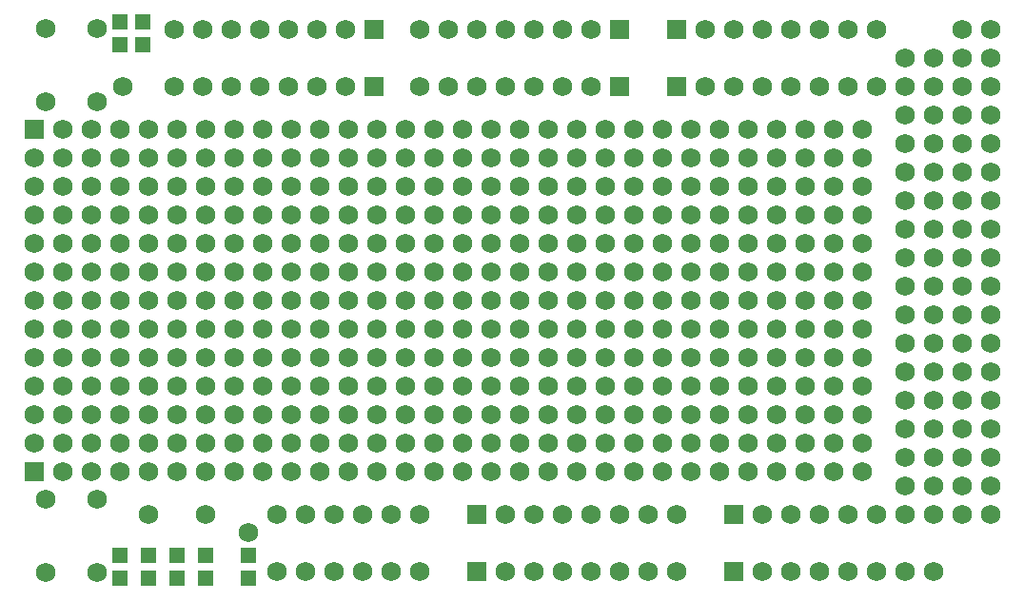
<source format=gts>
G75*
G70*
%OFA0B0*%
%FSLAX24Y24*%
%IPPOS*%
%LPD*%
%AMOC8*
5,1,8,0,0,1.08239X$1,22.5*
%
%ADD10C,0.0680*%
%ADD11R,0.0680X0.0680*%
%ADD12R,0.0580X0.0580*%
D10*
X001612Y001524D03*
X003392Y001524D03*
X005202Y003554D03*
X003392Y004084D03*
X003202Y005054D03*
X004202Y005054D03*
X005202Y005054D03*
X006202Y005054D03*
X007202Y005054D03*
X008202Y005054D03*
X009202Y005054D03*
X010202Y005054D03*
X011202Y005054D03*
X012202Y005054D03*
X013202Y005054D03*
X014202Y005054D03*
X015202Y005054D03*
X016202Y005054D03*
X017202Y005054D03*
X018202Y005054D03*
X019202Y005054D03*
X020202Y005054D03*
X021202Y005054D03*
X022202Y005054D03*
X023202Y005054D03*
X024202Y005054D03*
X025202Y005054D03*
X026202Y005054D03*
X027202Y005054D03*
X028202Y005054D03*
X029202Y005054D03*
X030202Y005054D03*
X031702Y004554D03*
X032702Y004554D03*
X033702Y004554D03*
X034702Y004554D03*
X034702Y003554D03*
X033702Y003554D03*
X032702Y003554D03*
X031702Y003554D03*
X030702Y003554D03*
X029702Y003554D03*
X028702Y003554D03*
X027702Y003554D03*
X026702Y003554D03*
X023702Y003554D03*
X022702Y003554D03*
X021702Y003554D03*
X020702Y003554D03*
X019702Y003554D03*
X018702Y003554D03*
X017702Y003554D03*
X014702Y003554D03*
X013702Y003554D03*
X012702Y003554D03*
X011702Y003554D03*
X010702Y003554D03*
X009702Y003554D03*
X008702Y002904D03*
X007202Y003554D03*
X009702Y001554D03*
X010702Y001554D03*
X011702Y001554D03*
X012702Y001554D03*
X013702Y001554D03*
X014702Y001554D03*
X017702Y001554D03*
X018702Y001554D03*
X019702Y001554D03*
X020702Y001554D03*
X021702Y001554D03*
X022702Y001554D03*
X023702Y001554D03*
X026702Y001554D03*
X027702Y001554D03*
X028702Y001554D03*
X029702Y001554D03*
X030702Y001554D03*
X031702Y001554D03*
X032702Y001554D03*
X032702Y005554D03*
X033702Y005554D03*
X034702Y005554D03*
X034702Y006554D03*
X033702Y006554D03*
X032702Y006554D03*
X031702Y006554D03*
X031702Y005554D03*
X030202Y006054D03*
X029202Y006054D03*
X028202Y006054D03*
X027202Y006054D03*
X026202Y006054D03*
X025202Y006054D03*
X024202Y006054D03*
X023202Y006054D03*
X022202Y006054D03*
X021202Y006054D03*
X020202Y006054D03*
X019202Y006054D03*
X018202Y006054D03*
X017202Y006054D03*
X016202Y006054D03*
X015202Y006054D03*
X014202Y006054D03*
X013202Y006054D03*
X012202Y006054D03*
X011202Y006054D03*
X010202Y006054D03*
X009202Y006054D03*
X008202Y006054D03*
X007202Y006054D03*
X006202Y006054D03*
X005202Y006054D03*
X004202Y006054D03*
X003202Y006054D03*
X002202Y006054D03*
X001202Y006054D03*
X001202Y007054D03*
X002202Y007054D03*
X003202Y007054D03*
X004202Y007054D03*
X005202Y007054D03*
X006202Y007054D03*
X007202Y007054D03*
X008202Y007054D03*
X009202Y007054D03*
X010202Y007054D03*
X011202Y007054D03*
X012202Y007054D03*
X013202Y007054D03*
X014202Y007054D03*
X015202Y007054D03*
X016202Y007054D03*
X017202Y007054D03*
X018202Y007054D03*
X019202Y007054D03*
X020202Y007054D03*
X021202Y007054D03*
X022202Y007054D03*
X023202Y007054D03*
X024202Y007054D03*
X025202Y007054D03*
X026202Y007054D03*
X027202Y007054D03*
X028202Y007054D03*
X029202Y007054D03*
X030202Y007054D03*
X031702Y007554D03*
X032702Y007554D03*
X033702Y007554D03*
X034702Y007554D03*
X034702Y008554D03*
X033702Y008554D03*
X032702Y008554D03*
X031702Y008554D03*
X030202Y008054D03*
X029202Y008054D03*
X028202Y008054D03*
X027202Y008054D03*
X026202Y008054D03*
X025202Y008054D03*
X024202Y008054D03*
X023202Y008054D03*
X022202Y008054D03*
X021202Y008054D03*
X020202Y008054D03*
X019202Y008054D03*
X018202Y008054D03*
X017202Y008054D03*
X016202Y008054D03*
X015202Y008054D03*
X014202Y008054D03*
X013202Y008054D03*
X012202Y008054D03*
X011202Y008054D03*
X010202Y008054D03*
X009202Y008054D03*
X008202Y008054D03*
X007202Y008054D03*
X006202Y008054D03*
X005202Y008054D03*
X004202Y008054D03*
X003202Y008054D03*
X002202Y008054D03*
X001202Y008054D03*
X001202Y009054D03*
X002202Y009054D03*
X003202Y009054D03*
X004202Y009054D03*
X005202Y009054D03*
X006202Y009054D03*
X007202Y009054D03*
X008202Y009054D03*
X009202Y009054D03*
X010202Y009054D03*
X011202Y009054D03*
X012202Y009054D03*
X013202Y009054D03*
X014202Y009054D03*
X015202Y009054D03*
X016202Y009054D03*
X017202Y009054D03*
X018202Y009054D03*
X019202Y009054D03*
X020202Y009054D03*
X021202Y009054D03*
X022202Y009054D03*
X023202Y009054D03*
X024202Y009054D03*
X025202Y009054D03*
X026202Y009054D03*
X027202Y009054D03*
X028202Y009054D03*
X029202Y009054D03*
X030202Y009054D03*
X031702Y009554D03*
X032702Y009554D03*
X033702Y009554D03*
X034702Y009554D03*
X034702Y010554D03*
X033702Y010554D03*
X032702Y010554D03*
X031702Y010554D03*
X030202Y010054D03*
X029202Y010054D03*
X028202Y010054D03*
X027202Y010054D03*
X026202Y010054D03*
X025202Y010054D03*
X024202Y010054D03*
X023202Y010054D03*
X022202Y010054D03*
X021202Y010054D03*
X020202Y010054D03*
X019202Y010054D03*
X018202Y010054D03*
X017202Y010054D03*
X016202Y010054D03*
X015202Y010054D03*
X014202Y010054D03*
X013202Y010054D03*
X012202Y010054D03*
X011202Y010054D03*
X010202Y010054D03*
X009202Y010054D03*
X008202Y010054D03*
X007202Y010054D03*
X006202Y010054D03*
X005202Y010054D03*
X004202Y010054D03*
X003202Y010054D03*
X002202Y010054D03*
X001202Y010054D03*
X001202Y011054D03*
X002202Y011054D03*
X003202Y011054D03*
X004202Y011054D03*
X005202Y011054D03*
X006202Y011054D03*
X007202Y011054D03*
X008202Y011054D03*
X009202Y011054D03*
X010202Y011054D03*
X011202Y011054D03*
X012202Y011054D03*
X013202Y011054D03*
X014202Y011054D03*
X015202Y011054D03*
X016202Y011054D03*
X017202Y011054D03*
X018202Y011054D03*
X019202Y011054D03*
X020202Y011054D03*
X021202Y011054D03*
X022202Y011054D03*
X023202Y011054D03*
X024202Y011054D03*
X025202Y011054D03*
X026202Y011054D03*
X027202Y011054D03*
X028202Y011054D03*
X029202Y011054D03*
X030202Y011054D03*
X031702Y011554D03*
X032702Y011554D03*
X033702Y011554D03*
X034702Y011554D03*
X034702Y012554D03*
X033702Y012554D03*
X032702Y012554D03*
X031702Y012554D03*
X030202Y012054D03*
X029202Y012054D03*
X028202Y012054D03*
X027202Y012054D03*
X026202Y012054D03*
X025202Y012054D03*
X024202Y012054D03*
X023202Y012054D03*
X022202Y012054D03*
X021202Y012054D03*
X020202Y012054D03*
X019202Y012054D03*
X018202Y012054D03*
X017202Y012054D03*
X016202Y012054D03*
X015202Y012054D03*
X014202Y012054D03*
X013202Y012054D03*
X012202Y012054D03*
X011202Y012054D03*
X010202Y012054D03*
X009202Y012054D03*
X008202Y012054D03*
X007202Y012054D03*
X006202Y012054D03*
X005202Y012054D03*
X004202Y012054D03*
X003202Y012054D03*
X002202Y012054D03*
X001202Y012054D03*
X001202Y013054D03*
X002202Y013054D03*
X003202Y013054D03*
X004202Y013054D03*
X005202Y013054D03*
X006202Y013054D03*
X007202Y013054D03*
X008202Y013054D03*
X009202Y013054D03*
X010202Y013054D03*
X011202Y013054D03*
X012202Y013054D03*
X013202Y013054D03*
X014202Y013054D03*
X015202Y013054D03*
X016202Y013054D03*
X017202Y013054D03*
X018202Y013054D03*
X019202Y013054D03*
X020202Y013054D03*
X021202Y013054D03*
X022202Y013054D03*
X023202Y013054D03*
X024202Y013054D03*
X025202Y013054D03*
X026202Y013054D03*
X027202Y013054D03*
X028202Y013054D03*
X029202Y013054D03*
X030202Y013054D03*
X030202Y014054D03*
X029202Y014054D03*
X028202Y014054D03*
X027202Y014054D03*
X026202Y014054D03*
X025202Y014054D03*
X024202Y014054D03*
X023202Y014054D03*
X022202Y014054D03*
X021202Y014054D03*
X020202Y014054D03*
X019202Y014054D03*
X018202Y014054D03*
X017202Y014054D03*
X016202Y014054D03*
X015202Y014054D03*
X014202Y014054D03*
X013202Y014054D03*
X012202Y014054D03*
X011202Y014054D03*
X010202Y014054D03*
X009202Y014054D03*
X008202Y014054D03*
X007202Y014054D03*
X006202Y014054D03*
X005202Y014054D03*
X004202Y014054D03*
X003202Y014054D03*
X002202Y014054D03*
X001202Y014054D03*
X001202Y015054D03*
X002202Y015054D03*
X003202Y015054D03*
X004202Y015054D03*
X005202Y015054D03*
X006202Y015054D03*
X007202Y015054D03*
X008202Y015054D03*
X009202Y015054D03*
X010202Y015054D03*
X011202Y015054D03*
X012202Y015054D03*
X013202Y015054D03*
X014202Y015054D03*
X015202Y015054D03*
X016202Y015054D03*
X017202Y015054D03*
X018202Y015054D03*
X019202Y015054D03*
X020202Y015054D03*
X021202Y015054D03*
X022202Y015054D03*
X023202Y015054D03*
X024202Y015054D03*
X025202Y015054D03*
X026202Y015054D03*
X027202Y015054D03*
X028202Y015054D03*
X029202Y015054D03*
X030202Y015054D03*
X030202Y016054D03*
X029202Y016054D03*
X028202Y016054D03*
X027202Y016054D03*
X026202Y016054D03*
X025202Y016054D03*
X024202Y016054D03*
X023202Y016054D03*
X022202Y016054D03*
X021202Y016054D03*
X020202Y016054D03*
X019202Y016054D03*
X018202Y016054D03*
X017202Y016054D03*
X016202Y016054D03*
X015202Y016054D03*
X014202Y016054D03*
X013202Y016054D03*
X012202Y016054D03*
X011202Y016054D03*
X010202Y016054D03*
X009202Y016054D03*
X008202Y016054D03*
X007202Y016054D03*
X006202Y016054D03*
X005202Y016054D03*
X004202Y016054D03*
X003202Y016054D03*
X002202Y016054D03*
X001202Y016054D03*
X002202Y017054D03*
X003202Y017054D03*
X004202Y017054D03*
X005202Y017054D03*
X006202Y017054D03*
X007202Y017054D03*
X008202Y017054D03*
X009202Y017054D03*
X010202Y017054D03*
X011202Y017054D03*
X012202Y017054D03*
X013202Y017054D03*
X014202Y017054D03*
X015202Y017054D03*
X016202Y017054D03*
X017202Y017054D03*
X018202Y017054D03*
X019202Y017054D03*
X020202Y017054D03*
X021202Y017054D03*
X022202Y017054D03*
X023202Y017054D03*
X024202Y017054D03*
X025202Y017054D03*
X026202Y017054D03*
X027202Y017054D03*
X028202Y017054D03*
X029202Y017054D03*
X030202Y017054D03*
X031702Y016554D03*
X032702Y016554D03*
X033702Y016554D03*
X034702Y016554D03*
X034702Y015554D03*
X033702Y015554D03*
X032702Y015554D03*
X031702Y015554D03*
X031702Y014554D03*
X032702Y014554D03*
X033702Y014554D03*
X034702Y014554D03*
X034702Y013554D03*
X033702Y013554D03*
X032702Y013554D03*
X031702Y013554D03*
X031702Y017554D03*
X032702Y017554D03*
X033702Y017554D03*
X034702Y017554D03*
X034702Y018554D03*
X033702Y018554D03*
X032702Y018554D03*
X031702Y018554D03*
X030702Y018554D03*
X029702Y018554D03*
X028702Y018554D03*
X027702Y018554D03*
X026702Y018554D03*
X025702Y018554D03*
X024702Y018554D03*
X024702Y020554D03*
X025702Y020554D03*
X026702Y020554D03*
X027702Y020554D03*
X028702Y020554D03*
X029702Y020554D03*
X030702Y020554D03*
X031702Y019554D03*
X032702Y019554D03*
X033702Y019554D03*
X034702Y019554D03*
X034702Y020554D03*
X033702Y020554D03*
X020702Y020554D03*
X019702Y020554D03*
X018702Y020554D03*
X017702Y020554D03*
X016702Y020554D03*
X015702Y020554D03*
X014702Y020554D03*
X012102Y020554D03*
X011102Y020554D03*
X010102Y020554D03*
X009102Y020554D03*
X008102Y020554D03*
X007102Y020554D03*
X006102Y020554D03*
X003392Y020584D03*
X001612Y020584D03*
X004302Y018554D03*
X003392Y018024D03*
X001612Y018024D03*
X006102Y018554D03*
X007102Y018554D03*
X008102Y018554D03*
X009102Y018554D03*
X010102Y018554D03*
X011102Y018554D03*
X012102Y018554D03*
X014702Y018554D03*
X015702Y018554D03*
X016702Y018554D03*
X017702Y018554D03*
X018702Y018554D03*
X019702Y018554D03*
X020702Y018554D03*
X002202Y005054D03*
X001612Y004084D03*
D11*
X001202Y005054D03*
X016702Y003554D03*
X016702Y001554D03*
X025702Y001554D03*
X025702Y003554D03*
X001202Y017054D03*
X013102Y018554D03*
X013102Y020554D03*
X021702Y020554D03*
X023702Y020554D03*
X023702Y018554D03*
X021702Y018554D03*
D12*
X005002Y020004D03*
X004202Y020004D03*
X004202Y020804D03*
X005002Y020804D03*
X005202Y002104D03*
X006202Y002104D03*
X007202Y002104D03*
X007202Y001304D03*
X006202Y001304D03*
X005202Y001304D03*
X004202Y001304D03*
X004202Y002104D03*
X008702Y002104D03*
X008702Y001304D03*
M02*

</source>
